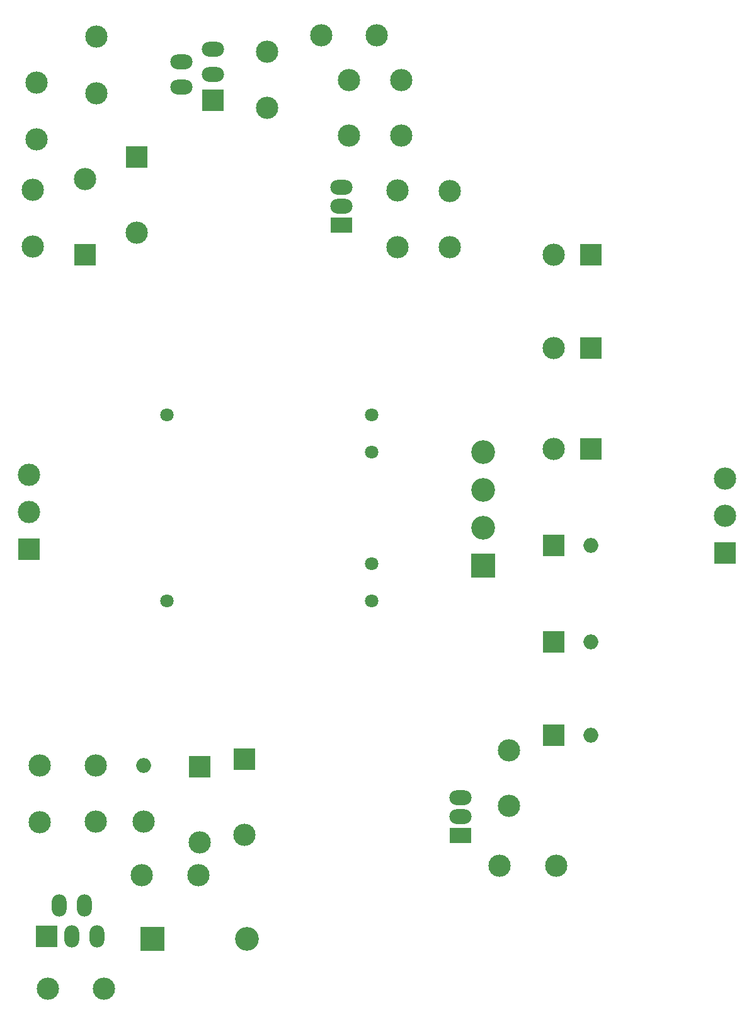
<source format=gbr>
%TF.GenerationSoftware,KiCad,Pcbnew,8.0.3*%
%TF.CreationDate,2025-01-03T10:39:23+05:30*%
%TF.ProjectId,DualPowerSupply5,4475616c-506f-4776-9572-537570706c79,rev?*%
%TF.SameCoordinates,Original*%
%TF.FileFunction,Soldermask,Bot*%
%TF.FilePolarity,Negative*%
%FSLAX46Y46*%
G04 Gerber Fmt 4.6, Leading zero omitted, Abs format (unit mm)*
G04 Created by KiCad (PCBNEW 8.0.3) date 2025-01-03 10:39:23*
%MOMM*%
%LPD*%
G01*
G04 APERTURE LIST*
%ADD10R,3.000000X3.000000*%
%ADD11O,2.000000X2.000000*%
%ADD12R,3.000000X2.000000*%
%ADD13O,3.000000X2.000000*%
%ADD14O,3.000000X3.000000*%
%ADD15C,1.803400*%
%ADD16O,2.000000X3.000000*%
%ADD17C,3.000000*%
%ADD18R,3.200000X3.200000*%
%ADD19O,3.200000X3.200000*%
%ADD20C,3.200000*%
G04 APERTURE END LIST*
D10*
%TO.C,C1*%
X106000000Y-117500000D03*
D11*
X111000000Y-117500000D03*
%TD*%
D12*
%TO.C,U2*%
X77500000Y-61540000D03*
D13*
X77500000Y-59000000D03*
X77500000Y-56460000D03*
%TD*%
D10*
%TO.C,J1*%
X129000000Y-105500000D03*
D14*
X129000000Y-100500000D03*
X129000000Y-95500000D03*
%TD*%
%TO.C,R1*%
X58225000Y-148835000D03*
X50605000Y-148835000D03*
%TD*%
D15*
%TO.C,T2*%
X54000004Y-87000070D03*
X54000004Y-112000010D03*
X81500000Y-112000000D03*
X81500000Y-107000000D03*
X81500000Y-92000121D03*
X81500000Y-87000070D03*
%TD*%
D14*
%TO.C,C4*%
X50915000Y-141585000D03*
D11*
X50915000Y-134085000D03*
%TD*%
D10*
%TO.C,IC3*%
X37815000Y-157026000D03*
D16*
X39515000Y-152835000D03*
X41215000Y-157026000D03*
X42915000Y-152835000D03*
X44615000Y-157026000D03*
%TD*%
D10*
%TO.C,C8*%
X111000000Y-91560000D03*
D14*
X106000000Y-91560000D03*
%TD*%
D10*
%TO.C,J2*%
X35500000Y-105000000D03*
D17*
X35500000Y-100000000D03*
X35500000Y-95000000D03*
%TD*%
D10*
%TO.C,C6*%
X111000000Y-78000000D03*
D14*
X106000000Y-78000000D03*
%TD*%
%TO.C,R4*%
X36000000Y-64420000D03*
X36000000Y-56800000D03*
%TD*%
D12*
%TO.C,U1*%
X93500000Y-143500000D03*
D13*
X93500000Y-140960000D03*
X93500000Y-138420000D03*
%TD*%
D14*
%TO.C,C16*%
X78500000Y-49500000D03*
X78500000Y-42000000D03*
%TD*%
%TO.C,R2*%
X98690000Y-147500000D03*
X106310000Y-147500000D03*
%TD*%
D10*
%TO.C,D2*%
X58415000Y-134255000D03*
D14*
X58415000Y-144415000D03*
%TD*%
D10*
%TO.C,IC4*%
X60191000Y-44700000D03*
D13*
X56000000Y-43000000D03*
X60191000Y-41300000D03*
X56000000Y-39600000D03*
X60191000Y-37900000D03*
%TD*%
D10*
%TO.C,C7*%
X111000000Y-65500000D03*
D14*
X106000000Y-65500000D03*
%TD*%
%TO.C,C10*%
X85500000Y-42000000D03*
X85500000Y-49500000D03*
%TD*%
%TO.C,R9*%
X44500000Y-43810000D03*
X44500000Y-36190000D03*
%TD*%
D10*
%TO.C,C9*%
X106000000Y-104500000D03*
D11*
X111000000Y-104500000D03*
%TD*%
D14*
%TO.C,C15*%
X74750000Y-36000000D03*
X82250000Y-36000000D03*
%TD*%
D10*
%TO.C,D3*%
X43000000Y-65500000D03*
D14*
X43000000Y-55340000D03*
%TD*%
%TO.C,R7*%
X36915000Y-141645000D03*
X36915000Y-134025000D03*
%TD*%
D10*
%TO.C,D4*%
X50000000Y-52340000D03*
D14*
X50000000Y-62500000D03*
%TD*%
%TO.C,R8*%
X36500000Y-50000000D03*
X36500000Y-42380000D03*
%TD*%
%TO.C,C12*%
X44415000Y-141585000D03*
X44415000Y-134085000D03*
%TD*%
D10*
%TO.C,D5*%
X64415000Y-133255000D03*
D14*
X64415000Y-143415000D03*
%TD*%
%TO.C,R3*%
X85000000Y-56880000D03*
X85000000Y-64500000D03*
%TD*%
D10*
%TO.C,C2*%
X106000000Y-130000000D03*
D11*
X111000000Y-130000000D03*
%TD*%
D14*
%TO.C,C11*%
X92000000Y-56940000D03*
X92000000Y-64440000D03*
%TD*%
%TO.C,C14*%
X45560000Y-164000000D03*
X38060000Y-164000000D03*
%TD*%
%TO.C,C3*%
X100000000Y-132000000D03*
X100000000Y-139500000D03*
%TD*%
%TO.C,C13*%
X67500000Y-45750000D03*
X67500000Y-38250000D03*
%TD*%
D18*
%TO.C,D6*%
X52065000Y-157335000D03*
D19*
X64765000Y-157335000D03*
%TD*%
D18*
%TO.C,D1*%
X96500000Y-107240000D03*
D20*
X96500000Y-102160000D03*
X96500000Y-97080000D03*
X96500000Y-92000000D03*
%TD*%
M02*

</source>
